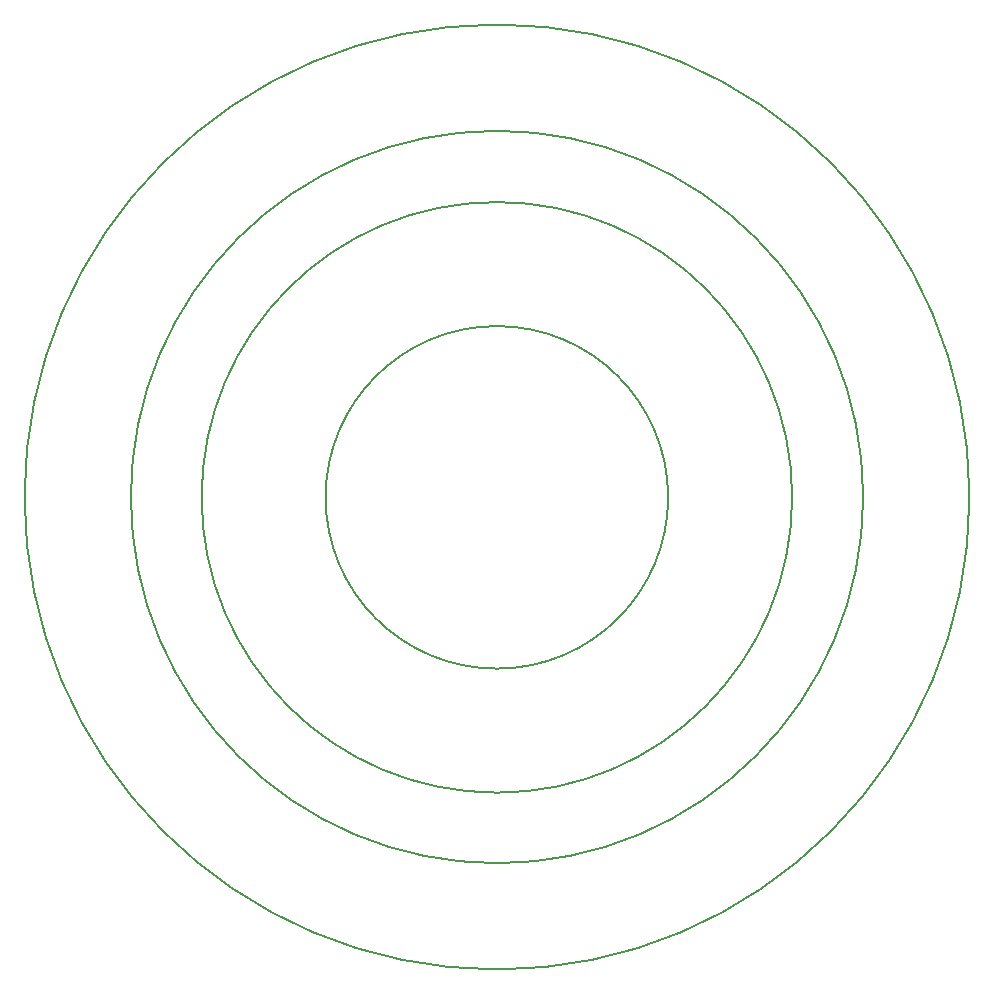
<source format=gm1>
G04 #@! TF.FileFunction,Profile,NP*
%FSLAX46Y46*%
G04 Gerber Fmt 4.6, Leading zero omitted, Abs format (unit mm)*
G04 Created by KiCad (PCBNEW 4.0.1-stable) date 2/5/2016 11:19:17 AM*
%MOMM*%
G01*
G04 APERTURE LIST*
%ADD10C,0.100000*%
%ADD11C,0.150000*%
G04 APERTURE END LIST*
D10*
D11*
X182190000Y-95460000D02*
G75*
G03X182190000Y-95460000I-31000000J0D01*
G01*
X191190000Y-95460000D02*
G75*
G03X191190000Y-95460000I-40000000J0D01*
G01*
X165680000Y-95490000D02*
G75*
G03X165680000Y-95490000I-14500000J0D01*
G01*
X176180000Y-95490000D02*
G75*
G03X176180000Y-95490000I-25000000J0D01*
G01*
M02*

</source>
